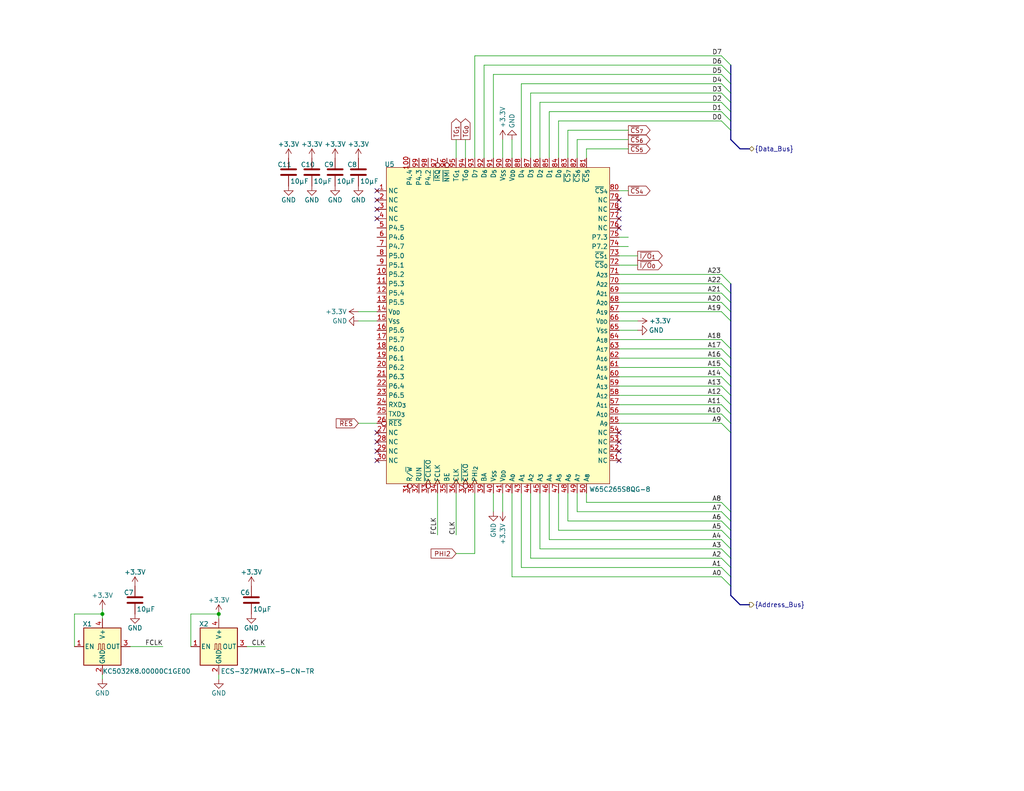
<source format=kicad_sch>
(kicad_sch (version 20231120) (generator "eeschema") (generator_version "8.0")
  (paper "A")
  (title_block (title "Sentinel 65X") (date "2024-05-24") (rev "5") (company "Studio 8502"))
  (lib_symbols
    (symbol "Device:C" (pin_numbers hide) (pin_names (offset 0.254))
      (property "Reference" "C" (at 0.635 2.54 0))
      (property "Value" "C" (at 0.635 -2.54 0))
      (symbol "C_0_1"
        (polyline (pts (xy -2.032 -0.762) (xy 2.032 -0.762)) (stroke (width 0.508)))
        (polyline (pts (xy -2.032 0.762) (xy 2.032 0.762)) (stroke (width 0.508)))
      )
      (symbol "C_1_1"
        (pin passive line (at 0 3.81 270) (length 2.794) (name "~") (number "1"))
        (pin passive line (at 0 -3.81 90) (length 2.794) (name "~") (number "2"))
      )
    )
    (symbol "Oscillator:XO53" (pin_names (offset 0.254))
      (property "Reference" "X" (at -5.08 6.35 0))
      (property "Value" "XO53" (at 1.27 -6.35 0))
      (symbol "XO53_0_1"
        (rectangle (start -5.08 5.08) (end 5.08 -5.08) (stroke (width 0.254)) (fill (type background)))
        (polyline (pts (xy 0.762 -0.762) (xy 0.508 -0.762) (xy 0.508 0.762) (xy 0 0.762) (xy 0 -0.762) (xy -0.508 -0.762) (xy -0.508 0.762) (xy -1.016 0.762) (xy -1.016 -0.762) (xy -1.27 -0.762)))
      )
      (symbol "XO53_1_1"
        (pin input line (at -7.62 0 0) (length 2.54) (name "EN") (number "1"))
        (pin power_in line (at 0 -7.62 90) (length 2.54) (name "GND") (number "2"))
        (pin output line (at 7.62 0 180) (length 2.54) (name "OUT") (number "3"))
        (pin power_in line (at 0 7.62 270) (length 2.54) (name "V+") (number "4"))
      )
    )
    (symbol "Sentinel 65X Prototype 5:W65C265S8QG-8"
      (property "Reference" "U" (at 0.508 1.016 0))
      (property "Value" " W65C265S8QG-8 " (at 31.75 -43.942 0))
      (symbol "W65C265S8QG-8_1_1"
        (rectangle (start 0 0) (end 60.96 -86.36) (fill (type background)))
        (pin no_connect line (at -2.54 -6.35 0) (length 2.54) (name "NC") (number "1"))
        (pin bidirectional line (at -2.54 -29.21 0) (length 2.54) (name "P5.2") (number "10"))
        (pin bidirectional line (at 6.35 2.54 270) (length 2.54) (name "P4.4") (number "100"))
        (pin bidirectional line (at -2.54 -31.75 0) (length 2.54) (name "P5.3") (number "11"))
        (pin bidirectional line (at -2.54 -34.29 0) (length 2.54) (name "P5.4") (number "12"))
        (pin bidirectional line (at -2.54 -36.83 0) (length 2.54) (name "P5.5") (number "13"))
        (pin power_in line (at -2.54 -39.37 0) (length 2.54) (name "V_{DD}") (number "14"))
        (pin power_in line (at -2.54 -41.91 0) (length 2.54) (name "V_{SS}") (number "15"))
        (pin bidirectional line (at -2.54 -44.45 0) (length 2.54) (name "P5.6") (number "16"))
        (pin bidirectional line (at -2.54 -46.99 0) (length 2.54) (name "P5.7") (number "17"))
        (pin bidirectional line (at -2.54 -49.53 0) (length 2.54) (name "P6.0") (number "18"))
        (pin bidirectional line (at -2.54 -52.07 0) (length 2.54) (name "P6.1") (number "19"))
        (pin no_connect line (at -2.54 -8.89 0) (length 2.54) (name "NC") (number "2"))
        (pin bidirectional line (at -2.54 -54.61 0) (length 2.54) (name "P6.2") (number "20"))
        (pin bidirectional line (at -2.54 -57.15 0) (length 2.54) (name "P6.3") (number "21"))
        (pin bidirectional line (at -2.54 -59.69 0) (length 2.54) (name "P6.4") (number "22"))
        (pin bidirectional line (at -2.54 -62.23 0) (length 2.54) (name "P6.5") (number "23"))
        (pin bidirectional line (at -2.54 -64.77 0) (length 2.54) (name "P6.6") (number "24") (alternate "RXD_{3}" input line))
        (pin no_connect line (at -2.54 -67.31 0) (length 2.54) (name "P6.7") (number "25") (alternate "TXD_{3}" output line))
        (pin input inverted (at -2.54 -69.85 0) (length 2.54) (name "~{RES}") (number "26"))
        (pin no_connect line (at -2.54 -72.39 0) (length 2.54) (name "NC") (number "27"))
        (pin no_connect line (at -2.54 -74.93 0) (length 2.54) (name "NC") (number "28"))
        (pin no_connect line (at -2.54 -77.47 0) (length 2.54) (name "NC") (number "29"))
        (pin no_connect line (at -2.54 -11.43 0) (length 2.54) (name "NC") (number "3"))
        (pin no_connect line (at -2.54 -80.01 0) (length 2.54) (name "NC") (number "30"))
        (pin output inverted (at 6.35 -88.9 90) (length 2.54) (name "R/~{W}") (number "31"))
        (pin output line (at 8.89 -88.9 90) (length 2.54) (name "RUN") (number "32"))
        (pin output inverted_clock (at 11.43 -88.9 90) (length 2.54) (name "~{FCLKO}") (number "33"))
        (pin input clock (at 13.97 -88.9 90) (length 2.54) (name "FCLK") (number "34"))
        (pin input line (at 16.51 -88.9 90) (length 2.54) (name "BE") (number "35"))
        (pin input clock (at 19.05 -88.9 90) (length 2.54) (name "CLK") (number "36"))
        (pin output inverted_clock (at 21.59 -88.9 90) (length 2.54) (name "~{CLKO}") (number "37"))
        (pin output clock (at 24.13 -88.9 90) (length 2.54) (name "PHI_{2}") (number "38"))
        (pin output line (at 26.67 -88.9 90) (length 2.54) (name "BA") (number "39"))
        (pin no_connect line (at -2.54 -13.97 0) (length 2.54) (name "NC") (number "4"))
        (pin power_in line (at 29.21 -88.9 90) (length 2.54) (name "V_{SS}") (number "40"))
        (pin power_in line (at 31.75 -88.9 90) (length 2.54) (name "V_{DD}") (number "41"))
        (pin output line (at 34.29 -88.9 90) (length 2.54) (name "A_{0}") (number "42"))
        (pin output line (at 36.83 -88.9 90) (length 2.54) (name "A_{1}") (number "43"))
        (pin output line (at 39.37 -88.9 90) (length 2.54) (name "A_{2}") (number "44"))
        (pin output line (at 41.91 -88.9 90) (length 2.54) (name "A_{3}") (number "45"))
        (pin output line (at 44.45 -88.9 90) (length 2.54) (name "A_{4}") (number "46"))
        (pin output line (at 46.99 -88.9 90) (length 2.54) (name "A_{5}") (number "47"))
        (pin output line (at 49.53 -88.9 90) (length 2.54) (name "A_{6}") (number "48"))
        (pin output line (at 52.07 -88.9 90) (length 2.54) (name "A_{7}") (number "49"))
        (pin bidirectional line (at -2.54 -16.51 0) (length 2.54) (name "P4.5") (number "5"))
        (pin output line (at 54.61 -88.9 90) (length 2.54) (name "A_{8}") (number "50"))
        (pin no_connect line (at 63.5 -80.01 180) (length 2.54) (name "NC") (number "51"))
        (pin no_connect line (at 63.5 -77.47 180) (length 2.54) (name "NC") (number "52"))
        (pin no_connect line (at 63.5 -74.93 180) (length 2.54) (name "NC") (number "53"))
        (pin no_connect line (at 63.5 -72.39 180) (length 2.54) (name "NC") (number "54"))
        (pin output line (at 63.5 -69.85 180) (length 2.54) (name "A_{9}") (number "55"))
        (pin output line (at 63.5 -67.31 180) (length 2.54) (name "A_{10}") (number "56"))
        (pin output line (at 63.5 -64.77 180) (length 2.54) (name "A_{11}") (number "57"))
        (pin output line (at 63.5 -62.23 180) (length 2.54) (name "A_{12}") (number "58"))
        (pin output line (at 63.5 -59.69 180) (length 2.54) (name "A_{13}") (number "59"))
        (pin bidirectional line (at -2.54 -19.05 0) (length 2.54) (name "P4.6") (number "6"))
        (pin output line (at 63.5 -57.15 180) (length 2.54) (name "A_{14}") (number "60"))
        (pin output line (at 63.5 -54.61 180) (length 2.54) (name "A_{15}") (number "61"))
        (pin output line (at 63.5 -52.07 180) (length 2.54) (name "A_{16}") (number "62"))
        (pin output line (at 63.5 -49.53 180) (length 2.54) (name "A_{17}") (number "63"))
        (pin output line (at 63.5 -46.99 180) (length 2.54) (name "A_{18}") (number "64"))
        (pin power_in line (at 63.5 -44.45 180) (length 2.54) (name "V_{SS}") (number "65"))
        (pin power_in line (at 63.5 -41.91 180) (length 2.54) (name "V_{DD}") (number "66"))
        (pin output line (at 63.5 -39.37 180) (length 2.54) (name "A_{19}") (number "67"))
        (pin output line (at 63.5 -36.83 180) (length 2.54) (name "A_{20}") (number "68"))
        (pin output line (at 63.5 -34.29 180) (length 2.54) (name "A_{21}") (number "69"))
        (pin bidirectional line (at -2.54 -21.59 0) (length 2.54) (name "P4.7") (number "7"))
        (pin output line (at 63.5 -31.75 180) (length 2.54) (name "A_{22}") (number "70"))
        (pin output line (at 63.5 -29.21 180) (length 2.54) (name "A_{23}") (number "71"))
        (pin output line (at 63.5 -26.67 180) (length 2.54) (name "P7.0") (number "72") (alternate "~{CS}_{0}" output line))
        (pin output line (at 63.5 -24.13 180) (length 2.54) (name "P7.1") (number "73") (alternate "~{CS}_{1}" output line))
        (pin output line (at 63.5 -21.59 180) (length 2.54) (name "P7.2") (number "74"))
        (pin output line (at 63.5 -19.05 180) (length 2.54) (name "P7.3") (number "75"))
        (pin no_connect line (at 63.5 -16.51 180) (length 2.54) (name "NC") (number "76"))
        (pin no_connect line (at 63.5 -13.97 180) (length 2.54) (name "NC") (number "77"))
        (pin no_connect line (at 63.5 -11.43 180) (length 2.54) (name "NC") (number "78"))
        (pin no_connect line (at 63.5 -8.89 180) (length 2.54) (name "NC") (number "79"))
        (pin bidirectional line (at -2.54 -24.13 0) (length 2.54) (name "P5.0") (number "8"))
        (pin output line (at 63.5 -6.35 180) (length 2.54) (name "P7.4") (number "80") (alternate "~{CS}_{4}" output line))
        (pin output line (at 54.61 2.54 270) (length 2.54) (name "P7.5") (number "81") (alternate "~{CS}_{5}" output line))
        (pin output line (at 52.07 2.54 270) (length 2.54) (name "P7.6") (number "82") (alternate "~{CS}_{6}" output line))
        (pin output line (at 49.53 2.54 270) (length 2.54) (name "P7.7") (number "83") (alternate "~{CS}_{7}" output line))
        (pin tri_state line (at 46.99 2.54 270) (length 2.54) (name "D_{0}") (number "84"))
        (pin tri_state line (at 44.45 2.54 270) (length 2.54) (name "D_{1}") (number "85"))
        (pin tri_state line (at 41.91 2.54 270) (length 2.54) (name "D_{2}") (number "86"))
        (pin tri_state line (at 39.37 2.54 270) (length 2.54) (name "D_{3}") (number "87"))
        (pin tri_state line (at 36.83 2.54 270) (length 2.54) (name "D_{4}") (number "88"))
        (pin power_in line (at 34.29 2.54 270) (length 2.54) (name "V_{DD}") (number "89"))
        (pin bidirectional line (at -2.54 -26.67 0) (length 2.54) (name "P5.1") (number "9"))
        (pin power_in line (at 31.75 2.54 270) (length 2.54) (name "V_{SS}") (number "90"))
        (pin tri_state line (at 29.21 2.54 270) (length 2.54) (name "D_{5}") (number "91"))
        (pin tri_state line (at 26.67 2.54 270) (length 2.54) (name "D_{6}") (number "92"))
        (pin tri_state line (at 24.13 2.54 270) (length 2.54) (name "D_{7}") (number "93"))
        (pin output line (at 21.59 2.54 270) (length 2.54) (name "TG_{0}") (number "94"))
        (pin output line (at 19.05 2.54 270) (length 2.54) (name "TG_{1}") (number "95"))
        (pin bidirectional line (at 16.51 2.54 270) (length 2.54) (name "P4.0") (number "96") (alternate "~{NMI}" input inverted))
        (pin bidirectional line (at 13.97 2.54 270) (length 2.54) (name "P4.1") (number "97") (alternate "~{IRQ}" input inverted))
        (pin bidirectional line (at 11.43 2.54 270) (length 2.54) (name "P4.2") (number "98"))
        (pin bidirectional line (at 8.89 2.54 270) (length 2.54) (name "P4.3") (number "99"))
      )
    )
    (symbol "power:+3.3V" (power) (pin_names (offset 0))
      (property "Value" "+3.3V" (at 0 3.556 0))
      (symbol "+3.3V_0_1"
        (polyline (pts (xy -0.762 1.27) (xy 0 2.54)))
        (polyline (pts (xy 0 0) (xy 0 2.54)))
        (polyline (pts (xy 0 2.54) (xy 0.762 1.27)))
      )
      (symbol "+3.3V_1_1"
        (pin power_in line (at 0 0 90) (length 0) hide (name "+3.3V") (number "1"))
      )
    )
    (symbol "power:GND" (power) (pin_names (offset 0))
      (property "Value" "GND" (at 0 -3.81 0))
      (symbol "GND_0_1"
        (polyline (pts (xy 0 0) (xy 0 -1.27) (xy 1.27 -1.27) (xy 0 -2.54) (xy -1.27 -1.27) (xy 0 -1.27)))
      )
      (symbol "GND_1_1"
        (pin power_in line (at 0 0 270) (length 0) hide (name "GND") (number "1"))
      )
    )
  )
  (junction (at 27.94 167.64))
  (junction (at 59.69 167.64))
  (no_connect (at 168.91 125.73))
  (no_connect (at 168.91 123.19))
  (no_connect (at 168.91 54.61))
  (no_connect (at 102.87 59.69))
  (no_connect (at 102.87 52.07))
  (no_connect (at 102.87 54.61))
  (no_connect (at 102.87 118.11))
  (no_connect (at 102.87 123.19))
  (no_connect (at 168.91 59.69))
  (no_connect (at 168.91 62.23))
  (no_connect (at 168.91 118.11))
  (no_connect (at 102.87 57.15))
  (no_connect (at 102.87 125.73))
  (no_connect (at 168.91 120.65))
  (no_connect (at 102.87 120.65))
  (no_connect (at 168.91 57.15))
  (bus_entry (at 199.39 160.02) (size -2.54 -2.54))
  (bus_entry (at 199.39 110.49) (size -2.54 -2.54))
  (bus_entry (at 199.39 87.63) (size -2.54 -2.54))
  (bus_entry (at 199.39 30.48) (size -2.54 -2.54))
  (bus_entry (at 199.39 35.56) (size -2.54 -2.54))
  (bus_entry (at 199.39 152.4) (size -2.54 -2.54))
  (bus_entry (at 199.39 102.87) (size -2.54 -2.54))
  (bus_entry (at 199.39 97.79) (size -2.54 -2.54))
  (bus_entry (at 199.39 107.95) (size -2.54 -2.54))
  (bus_entry (at 199.39 144.78) (size -2.54 -2.54))
  (bus_entry (at 199.39 149.86) (size -2.54 -2.54))
  (bus_entry (at 199.39 17.78) (size -2.54 -2.54))
  (bus_entry (at 199.39 115.57) (size -2.54 -2.54))
  (bus_entry (at 199.39 154.94) (size -2.54 -2.54))
  (bus_entry (at 199.39 82.55) (size -2.54 -2.54))
  (bus_entry (at 199.39 113.03) (size -2.54 -2.54))
  (bus_entry (at 199.39 22.86) (size -2.54 -2.54))
  (bus_entry (at 199.39 105.41) (size -2.54 -2.54))
  (bus_entry (at 199.39 142.24) (size -2.54 -2.54))
  (bus_entry (at 199.39 157.48) (size -2.54 -2.54))
  (bus_entry (at 199.39 147.32) (size -2.54 -2.54))
  (bus_entry (at 199.39 80.01) (size -2.54 -2.54))
  (bus_entry (at 199.39 25.4) (size -2.54 -2.54))
  (bus_entry (at 199.39 100.33) (size -2.54 -2.54))
  (bus_entry (at 199.39 118.11) (size -2.54 -2.54))
  (bus_entry (at 199.39 27.94) (size -2.54 -2.54))
  (bus_entry (at 199.39 20.32) (size -2.54 -2.54))
  (bus_entry (at 199.39 139.7) (size -2.54 -2.54))
  (bus_entry (at 199.39 77.47) (size -2.54 -2.54))
  (bus_entry (at 199.39 85.09) (size -2.54 -2.54))
  (bus_entry (at 199.39 95.25) (size -2.54 -2.54))
  (bus_entry (at 199.39 33.02) (size -2.54 -2.54))
  (wire (pts (xy 124.46 151.13) (xy 129.54 151.13)))
  (wire (pts (xy 132.08 17.78) (xy 196.85 17.78)))
  (bus (pts (xy 201.93 165.1) (xy 204.47 165.1)))
  (wire (pts (xy 160.02 40.64) (xy 171.45 40.64)))
  (wire (pts (xy 147.32 27.94) (xy 147.32 43.18)))
  (wire (pts (xy 59.69 185.42) (xy 59.69 184.15)))
  (wire (pts (xy 119.38 134.62) (xy 119.38 146.05)))
  (wire (pts (xy 134.62 20.32) (xy 134.62 43.18)))
  (bus (pts (xy 199.39 118.11) (xy 199.39 139.7)))
  (wire (pts (xy 72.39 176.53) (xy 67.31 176.53)))
  (bus (pts (xy 199.39 17.78) (xy 199.39 20.32)))
  (wire (pts (xy 147.32 134.62) (xy 147.32 149.86)))
  (wire (pts (xy 160.02 40.64) (xy 160.02 43.18)))
  (wire (pts (xy 152.4 144.78) (xy 196.85 144.78)))
  (wire (pts (xy 168.91 74.93) (xy 196.85 74.93)))
  (bus (pts (xy 199.39 97.79) (xy 199.39 95.25)))
  (wire (pts (xy 168.91 97.79) (xy 196.85 97.79)))
  (wire (pts (xy 139.7 38.1) (xy 139.7 43.18)))
  (wire (pts (xy 168.91 52.07) (xy 171.45 52.07)))
  (wire (pts (xy 160.02 134.62) (xy 160.02 137.16)))
  (wire (pts (xy 149.86 147.32) (xy 196.85 147.32)))
  (wire (pts (xy 144.78 134.62) (xy 144.78 152.4)))
  (wire (pts (xy 134.62 20.32) (xy 196.85 20.32)))
  (bus (pts (xy 199.39 139.7) (xy 199.39 142.24)))
  (wire (pts (xy 168.91 69.85) (xy 173.99 69.85)))
  (wire (pts (xy 149.86 30.48) (xy 149.86 43.18)))
  (bus (pts (xy 199.39 157.48) (xy 199.39 160.02)))
  (wire (pts (xy 168.91 92.71) (xy 196.85 92.71)))
  (wire (pts (xy 137.16 139.7) (xy 137.16 134.62)))
  (wire (pts (xy 137.16 38.1) (xy 137.16 43.18)))
  (bus (pts (xy 199.39 30.48) (xy 199.39 33.02)))
  (wire (pts (xy 173.99 90.17) (xy 168.91 90.17)))
  (bus (pts (xy 199.39 105.41) (xy 199.39 102.87)))
  (wire (pts (xy 168.91 82.55) (xy 196.85 82.55)))
  (wire (pts (xy 144.78 25.4) (xy 196.85 25.4)))
  (wire (pts (xy 152.4 33.02) (xy 196.85 33.02)))
  (wire (pts (xy 152.4 33.02) (xy 152.4 43.18)))
  (wire (pts (xy 168.91 67.31) (xy 171.45 67.31)))
  (bus (pts (xy 199.39 144.78) (xy 199.39 147.32)))
  (wire (pts (xy 142.24 134.62) (xy 142.24 154.94)))
  (wire (pts (xy 127 38.1) (xy 127 43.18)))
  (wire (pts (xy 160.02 137.16) (xy 196.85 137.16)))
  (wire (pts (xy 147.32 149.86) (xy 196.85 149.86)))
  (wire (pts (xy 142.24 22.86) (xy 142.24 43.18)))
  (wire (pts (xy 168.91 85.09) (xy 196.85 85.09)))
  (wire (pts (xy 168.91 72.39) (xy 173.99 72.39)))
  (bus (pts (xy 199.39 142.24) (xy 199.39 144.78)))
  (bus (pts (xy 199.39 115.57) (xy 199.39 113.03)))
  (wire (pts (xy 97.79 87.63) (xy 102.87 87.63)))
  (bus (pts (xy 199.39 82.55) (xy 199.39 80.01)))
  (wire (pts (xy 154.94 142.24) (xy 196.85 142.24)))
  (wire (pts (xy 97.79 85.09) (xy 102.87 85.09)))
  (wire (pts (xy 52.07 167.64) (xy 52.07 176.53)))
  (bus (pts (xy 201.93 40.64) (xy 204.47 40.64)))
  (wire (pts (xy 157.48 38.1) (xy 171.45 38.1)))
  (wire (pts (xy 139.7 157.48) (xy 139.7 134.62)))
  (bus (pts (xy 199.39 85.09) (xy 199.39 82.55)))
  (wire (pts (xy 154.94 35.56) (xy 171.45 35.56)))
  (wire (pts (xy 149.86 134.62) (xy 149.86 147.32)))
  (bus (pts (xy 201.93 165.1) (xy 199.39 162.56)))
  (wire (pts (xy 27.94 167.64) (xy 27.94 168.91)))
  (bus (pts (xy 199.39 102.87) (xy 199.39 100.33)))
  (wire (pts (xy 168.91 113.03) (xy 196.85 113.03)))
  (bus (pts (xy 199.39 25.4) (xy 199.39 27.94)))
  (bus (pts (xy 201.93 40.64) (xy 199.39 38.1)))
  (wire (pts (xy 129.54 151.13) (xy 129.54 134.62)))
  (bus (pts (xy 199.39 95.25) (xy 199.39 87.63)))
  (wire (pts (xy 147.32 27.94) (xy 196.85 27.94)))
  (wire (pts (xy 144.78 152.4) (xy 196.85 152.4)))
  (wire (pts (xy 168.91 80.01) (xy 196.85 80.01)))
  (wire (pts (xy 129.54 15.24) (xy 196.85 15.24)))
  (wire (pts (xy 157.48 38.1) (xy 157.48 43.18)))
  (wire (pts (xy 173.99 87.63) (xy 168.91 87.63)))
  (wire (pts (xy 59.69 167.64) (xy 59.69 168.91)))
  (bus (pts (xy 199.39 22.86) (xy 199.39 25.4)))
  (bus (pts (xy 199.39 27.94) (xy 199.39 30.48)))
  (wire (pts (xy 35.56 176.53) (xy 44.45 176.53)))
  (wire (pts (xy 20.32 167.64) (xy 27.94 167.64)))
  (wire (pts (xy 154.94 35.56) (xy 154.94 43.18)))
  (bus (pts (xy 199.39 80.01) (xy 199.39 77.47)))
  (bus (pts (xy 199.39 100.33) (xy 199.39 97.79)))
  (bus (pts (xy 199.39 115.57) (xy 199.39 118.11)))
  (wire (pts (xy 52.07 167.64) (xy 59.69 167.64)))
  (wire (pts (xy 152.4 134.62) (xy 152.4 144.78)))
  (wire (pts (xy 168.91 100.33) (xy 196.85 100.33)))
  (wire (pts (xy 27.94 184.15) (xy 27.94 185.42)))
  (bus (pts (xy 199.39 152.4) (xy 199.39 154.94)))
  (wire (pts (xy 27.94 166.37) (xy 27.94 167.64)))
  (wire (pts (xy 97.79 115.57) (xy 102.87 115.57)))
  (wire (pts (xy 142.24 154.94) (xy 196.85 154.94)))
  (wire (pts (xy 168.91 95.25) (xy 196.85 95.25)))
  (bus (pts (xy 199.39 160.02) (xy 199.39 162.56)))
  (bus (pts (xy 199.39 154.94) (xy 199.39 157.48)))
  (wire (pts (xy 157.48 134.62) (xy 157.48 139.7)))
  (wire (pts (xy 168.91 64.77) (xy 171.45 64.77)))
  (wire (pts (xy 124.46 146.05) (xy 124.46 134.62)))
  (bus (pts (xy 199.39 33.02) (xy 199.39 35.56)))
  (wire (pts (xy 168.91 77.47) (xy 196.85 77.47)))
  (wire (pts (xy 168.91 105.41) (xy 196.85 105.41)))
  (wire (pts (xy 144.78 25.4) (xy 144.78 43.18)))
  (bus (pts (xy 199.39 87.63) (xy 199.39 85.09)))
  (wire (pts (xy 20.32 167.64) (xy 20.32 176.53)))
  (wire (pts (xy 139.7 157.48) (xy 196.85 157.48)))
  (wire (pts (xy 168.91 110.49) (xy 196.85 110.49)))
  (wire (pts (xy 134.62 139.7) (xy 134.62 134.62)))
  (wire (pts (xy 149.86 30.48) (xy 196.85 30.48)))
  (bus (pts (xy 199.39 35.56) (xy 199.39 38.1)))
  (bus (pts (xy 199.39 147.32) (xy 199.39 149.86)))
  (wire (pts (xy 154.94 134.62) (xy 154.94 142.24)))
  (wire (pts (xy 168.91 115.57) (xy 196.85 115.57)))
  (wire (pts (xy 129.54 15.24) (xy 129.54 43.18)))
  (bus (pts (xy 199.39 113.03) (xy 199.39 110.49)))
  (wire (pts (xy 157.48 139.7) (xy 196.85 139.7)))
  (bus (pts (xy 199.39 110.49) (xy 199.39 107.95)))
  (bus (pts (xy 199.39 107.95) (xy 199.39 105.41)))
  (wire (pts (xy 168.91 102.87) (xy 196.85 102.87)))
  (bus (pts (xy 199.39 149.86) (xy 199.39 152.4)))
  (wire (pts (xy 142.24 22.86) (xy 196.85 22.86)))
  (wire (pts (xy 124.46 38.1) (xy 124.46 43.18)))
  (wire (pts (xy 132.08 17.78) (xy 132.08 43.18)))
  (wire (pts (xy 168.91 107.95) (xy 196.85 107.95)))
  (bus (pts (xy 199.39 20.32) (xy 199.39 22.86)))
  (label "FCLK" (at 119.38 146.05 90))
  (label "D2" (at 194.31 27.94 0))
  (label "A16" (at 193.04 97.79 0))
  (label "A7" (at 194.31 139.7 0))
  (label "A3" (at 194.31 149.86 0))
  (label "A12" (at 193.04 107.95 0))
  (label "A0" (at 196.85 157.48 180))
  (label "D7" (at 194.31 15.24 0))
  (label "A15" (at 193.04 100.33 0))
  (label "D6" (at 194.31 17.78 0))
  (label "FCLK" (at 44.45 176.53 180))
  (label "A17" (at 193.04 95.25 0))
  (label "A1" (at 194.31 154.94 0))
  (label "A6" (at 194.31 142.24 0))
  (label "D4" (at 194.31 22.86 0))
  (label "A11" (at 193.04 110.49 0))
  (label "A18" (at 193.04 92.71 0))
  (label "A4" (at 194.31 147.32 0))
  (label "D0" (at 194.31 33.02 0))
  (label "A22" (at 193.04 77.47 0))
  (label "A2" (at 194.31 152.4 0))
  (label "A13" (at 193.04 105.41 0))
  (label "D1" (at 194.31 30.48 0))
  (label "A20" (at 193.04 82.55 0))
  (label "A21" (at 193.04 80.01 0))
  (label "D3" (at 194.31 25.4 0))
  (label "A10" (at 193.04 113.03 0))
  (label "A5" (at 194.31 144.78 0))
  (label "A8" (at 194.31 137.16 0))
  (label "A9" (at 194.31 115.57 0))
  (label "A14" (at 193.04 102.87 0))
  (label "D5" (at 194.31 20.32 0))
  (label "CLK" (at 72.39 176.53 180))
  (label "A23" (at 193.04 74.93 0))
  (label "A19" (at 193.04 85.09 0))
  (label "CLK" (at 124.46 146.05 90))
  (global_label "TG_{0}" (shape output) (at 127 38.1 90) (property "Intersheetrefs" "${INTERSHEET_REFS}" (effects (hide yes))))
  (global_label "~{I{slash}O}_{0}" (shape output) (at 173.99 72.39 0) (property "Intersheetrefs" "${INTERSHEET_REFS}" (effects (hide yes))))
  (global_label "~{CS}_{4}" (shape output) (at 171.45 52.07 0) (property "Intersheetrefs" "${INTERSHEET_REFS}" (effects (hide yes))))
  (global_label "~{RES}" (shape input) (at 97.79 115.57 180) (property "Intersheetrefs" "${INTERSHEET_REFS}" (effects (hide yes))))
  (global_label "PHI2" (shape input) (at 124.46 151.13 180) (property "Intersheetrefs" "${INTERSHEET_REFS}" (effects (hide yes))))
  (global_label "~{CS}_{7}" (shape output) (at 171.45 35.56 0) (property "Intersheetrefs" "${INTERSHEET_REFS}" (effects (hide yes))))
  (global_label "~{I{slash}O}_{1}" (shape output) (at 173.99 69.85 0) (property "Intersheetrefs" "${INTERSHEET_REFS}" (effects (hide yes))))
  (global_label "~{CS}_{5}" (shape output) (at 171.45 40.64 0) (property "Intersheetrefs" "${INTERSHEET_REFS}" (effects (hide yes))))
  (global_label "~{CS}_{6}" (shape output) (at 171.45 38.1 0) (property "Intersheetrefs" "${INTERSHEET_REFS}" (effects (hide yes))))
  (global_label "TG_{1}" (shape output) (at 124.46 38.1 90) (property "Intersheetrefs" "${INTERSHEET_REFS}" (effects (hide yes))))
  (hierarchical_label "{Data_Bus}" (shape bidirectional) (at 204.47 40.64 0))
  (hierarchical_label "{Address_Bus}" (shape output) (at 204.47 165.1 0))
  (symbol (lib_id "power:+3.3V") (at 36.83 160.02 0) (unit 1)
    (property "Reference" "#PWR054" (effects (hide yes)))
    (property "Value" "+3.3V" (at 36.83 156.21 0))
  )
  (symbol (lib_id "Oscillator:XO53") (at 27.94 176.53 0) (unit 1)
    (property "Reference" "X1" (at 23.8423 170.3464 0))
    (property "Value" "KC5032K8.00000C1GE00" (at 40.005 183.2705 0))
    (property "Footprint" "Oscillator:Oscillator_SMD_EuroQuartz_XO53-4Pin_5.0x3.2mm" (effects (hide yes)))
    (property "Datasheet" "http://cdn-reichelt.de/documents/datenblatt/B400/XO53.pdf" (effects (hide yes)))
    (property "Description" " Standard Clock Oscillators 8.0000MHZ Clock OSCIL CMOS " (effects (hide yes)))
    (property "Manufacturer" "KYOCERA AVX" (effects (hide yes)))
    (property "MFR.Part #" " KC5032K8.00000C1GE00" (effects (hide yes)))
    (property "Mouser Part #" " 581-KC5032K8.0C1GE" (effects (hide yes)))
  )
  (symbol (lib_id "power:+3.3V") (at 85.09 43.18 0) (unit 1)
    (property "Reference" "#PWR060" (effects (hide yes)))
    (property "Value" "+3.3V" (at 85.09 39.37 0))
  )
  (symbol (lib_id "Device:C") (at 85.09 46.99 0) (unit 1)
    (property "Reference" "C10" (at 82.0427 44.9455 0) (effects (justify left)))
    (property "Value" "10µF" (at 85.5263 49.4797 0) (effects (justify left)))
    (property "Footprint" "Capacitor_SMD:C_0402_1005Metric" (effects (hide yes)))
    (property "Datasheet" "https://wmsc.lcsc.com/wmsc/upload/file/pdf/v2/lcsc/2208231630_Samsung-Electro-Mechanics-CL05A106MQ5NUNC_C15525.pdf" (effects (hide yes)))
    (property "Description" "Unpolarized capacitor" (effects (hide yes)))
    (property "JLCPCB Part #" "C15525" (effects (hide yes)))
    (property "Manufacturer" "Samsung Electro-Mechanics" (effects (hide yes)))
    (property "MFR.Part #" "CL05A106MQ5NUNC" (effects (hide yes)))
  )
  (symbol (lib_id "power:GND") (at 78.74 50.8 0) (unit 1)
    (property "Reference" "#PWR063" (effects (hide yes)))
    (property "Value" "GND" (at 78.74 54.61 0))
  )
  (symbol (lib_id "power:+3.3V") (at 78.74 43.18 0) (unit 1)
    (property "Reference" "#PWR062" (effects (hide yes)))
    (property "Value" "+3.3V" (at 78.74 39.37 0))
  )
  (symbol (lib_id "power:GND") (at 68.58 167.64 0) (unit 1)
    (property "Reference" "#PWR053" (effects (hide yes)))
    (property "Value" "GND" (at 68.58 171.45 0))
  )
  (symbol (lib_id "Device:C") (at 78.74 46.99 0) (unit 1)
    (property "Reference" "C11" (at 75.6927 44.9455 0) (effects (justify left)))
    (property "Value" "10µF" (at 79.1763 49.4797 0) (effects (justify left)))
    (property "Footprint" "Capacitor_SMD:C_0402_1005Metric" (effects (hide yes)))
    (property "Datasheet" "https://wmsc.lcsc.com/wmsc/upload/file/pdf/v2/lcsc/2208231630_Samsung-Electro-Mechanics-CL05A106MQ5NUNC_C15525.pdf" (effects (hide yes)))
    (property "Description" "Unpolarized capacitor" (effects (hide yes)))
    (property "JLCPCB Part #" "C15525" (effects (hide yes)))
    (property "Manufacturer" "Samsung Electro-Mechanics" (effects (hide yes)))
    (property "MFR.Part #" "CL05A106MQ5NUNC" (effects (hide yes)))
  )
  (symbol (lib_id "Sentinel 65X Prototype 5:W65C265S8QG-8") (at 105.41 45.72 0) (unit 1)
    (property "Reference" "U5" (at 104.9108 44.8716 0) (effects (justify left)))
    (property "Value" " W65C265S8QG-8 " (at 159.766 133.604 0) (effects (justify left)))
    (property "Footprint" "Package_QFP:PQFP-100_14x20mm_P0.65mm" (effects (hide yes)))
    (property "Datasheet" "https://www.mouser.ca/datasheet/2/436/w65c265s-1843451.pdf" (effects (hide yes)))
    (property "Description" "8-bit Microcontrollers - MCU 8/16-bit MCU 100 Pin QFP Package" (effects (hide yes)))
    (pin "83" (alternate "~{CS}_{7}"))
    (pin "82" (alternate "~{CS}_{6}"))
    (pin "97" (alternate "~{IRQ}"))
    (pin "81" (alternate "~{CS}_{5}"))
    (pin "73" (alternate "~{CS}_{1}"))
    (pin "80" (alternate "~{CS}_{4}"))
    (pin "24" (alternate "RXD_{3}"))
    (pin "25" (alternate "TXD_{3}"))
    (pin "72" (alternate "~{CS}_{0}"))
    (pin "96" (alternate "~{NMI}"))
  )
  (symbol (lib_id "power:+3.3V") (at 137.16 139.7 0) (mirror x) (unit 1)
    (property "Reference" "#PWR038" (effects (hide yes)))
    (property "Value" "+3.3V" (at 137.16 145.796 90))
    (property "Description" "Power symbol creates a global label with name \"+3.3V\"" (effects (hide yes)))
  )
  (symbol (lib_id "power:GND") (at 173.99 90.17 90) (mirror x) (unit 1)
    (property "Reference" "#PWR035" (effects (hide yes)))
    (property "Value" "GND" (at 179.07 90.17 90))
    (property "Description" "Power symbol creates a global label with name \"GND\" , ground" (effects (hide yes)))
  )
  (symbol (lib_id "power:GND") (at 97.79 50.8 0) (unit 1)
    (property "Reference" "#PWR057" (effects (hide yes)))
    (property "Value" "GND" (at 97.79 54.61 0))
  )
  (symbol (lib_id "Device:C") (at 36.83 163.83 0) (unit 1)
    (property "Reference" "C7" (at 33.7827 161.7855 0) (effects (justify left)))
    (property "Value" "10µF" (at 37.2663 166.3197 0) (effects (justify left)))
    (property "Footprint" "Capacitor_SMD:C_0402_1005Metric" (effects (hide yes)))
    (property "Datasheet" "https://wmsc.lcsc.com/wmsc/upload/file/pdf/v2/lcsc/2208231630_Samsung-Electro-Mechanics-CL05A106MQ5NUNC_C15525.pdf" (effects (hide yes)))
    (property "Description" "Unpolarized capacitor" (effects (hide yes)))
    (property "JLCPCB Part #" "C15525" (effects (hide yes)))
    (property "Manufacturer" "Samsung Electro-Mechanics" (effects (hide yes)))
    (property "MFR.Part #" "CL05A106MQ5NUNC" (effects (hide yes)))
  )
  (symbol (lib_id "power:+3.3V") (at 27.94 166.37 0) (unit 1)
    (property "Reference" "#PWR028" (effects (hide yes)))
    (property "Value" "+3.3V" (at 27.94 162.56 0))
  )
  (symbol (lib_id "power:GND") (at 27.94 185.42 0) (unit 1)
    (property "Reference" "#PWR031" (effects (hide yes)))
    (property "Value" "GND" (at 27.94 189.23 0))
  )
  (symbol (lib_id "Device:C") (at 68.58 163.83 0) (unit 1)
    (property "Reference" "C6" (at 65.5327 161.7855 0) (effects (justify left)))
    (property "Value" "10µF" (at 69.0163 166.3197 0) (effects (justify left)))
    (property "Footprint" "Capacitor_SMD:C_0402_1005Metric" (effects (hide yes)))
    (property "Datasheet" "https://wmsc.lcsc.com/wmsc/upload/file/pdf/v2/lcsc/2208231630_Samsung-Electro-Mechanics-CL05A106MQ5NUNC_C15525.pdf" (effects (hide yes)))
    (property "Description" "Unpolarized capacitor" (effects (hide yes)))
    (property "JLCPCB Part #" "C15525" (effects (hide yes)))
    (property "Manufacturer" "Samsung Electro-Mechanics" (effects (hide yes)))
    (property "MFR.Part #" "CL05A106MQ5NUNC" (effects (hide yes)))
  )
  (symbol (lib_id "power:+3.3V") (at 173.99 87.63 270) (mirror x) (unit 1)
    (property "Reference" "#PWR034" (effects (hide yes)))
    (property "Value" "+3.3V" (at 180.086 87.63 90))
    (property "Description" "Power symbol creates a global label with name \"+3.3V\"" (effects (hide yes)))
  )
  (symbol (lib_id "power:GND") (at 139.7 38.1 0) (mirror x) (unit 1)
    (property "Reference" "#PWR037" (effects (hide yes)))
    (property "Value" "GND" (at 139.7 33.02 90))
    (property "Description" "Power symbol creates a global label with name \"GND\" , ground" (effects (hide yes)))
  )
  (symbol (lib_id "power:GND") (at 134.62 139.7 0) (mirror y) (unit 1)
    (property "Reference" "#PWR039" (effects (hide yes)))
    (property "Value" "GND" (at 134.62 144.78 90))
    (property "Description" "Power symbol creates a global label with name \"GND\" , ground" (effects (hide yes)))
  )
  (symbol (lib_id "Device:C") (at 91.44 46.99 0) (unit 1)
    (property "Reference" "C9" (at 88.3927 44.9455 0) (effects (justify left)))
    (property "Value" "10µF" (at 91.8763 49.4797 0) (effects (justify left)))
    (property "Footprint" "Capacitor_SMD:C_0402_1005Metric" (effects (hide yes)))
    (property "Datasheet" "https://wmsc.lcsc.com/wmsc/upload/file/pdf/v2/lcsc/2208231630_Samsung-Electro-Mechanics-CL05A106MQ5NUNC_C15525.pdf" (effects (hide yes)))
    (property "Description" "Unpolarized capacitor" (effects (hide yes)))
    (property "JLCPCB Part #" "C15525" (effects (hide yes)))
    (property "Manufacturer" "Samsung Electro-Mechanics" (effects (hide yes)))
    (property "MFR.Part #" "CL05A106MQ5NUNC" (effects (hide yes)))
  )
  (symbol (lib_id "power:GND") (at 36.83 167.64 0) (unit 1)
    (property "Reference" "#PWR055" (effects (hide yes)))
    (property "Value" "GND" (at 36.83 171.45 0))
  )
  (symbol (lib_id "Oscillator:XO53") (at 59.69 176.53 0) (unit 1)
    (property "Reference" "X2" (at 55.6137 170.3464 0))
    (property "Value" "ECS-327MVATX-5-CN-TR" (at 73.025 183.2705 0))
    (property "Footprint" "Oscillator:Oscillator_SMD_EuroQuartz_XO53-4Pin_5.0x3.2mm" (effects (hide yes)))
    (property "Datasheet" "http://cdn-reichelt.de/documents/datenblatt/B400/XO53.pdf" (effects (hide yes)))
    (property "Description" " Standard Clock Oscillators 32.768kHz 1.6-3.6V ESR -40C +85C " (effects (hide yes)))
    (property "Manufacturer" "ECS " (effects (hide yes)))
    (property "MFR.Part #" " ECS-327MVATX-5-CN-TR " (effects (hide yes)))
    (property "Mouser Part #" " 520-327MVATX-5-CNT " (effects (hide yes)))
  )
  (symbol (lib_id "power:GND") (at 91.44 50.8 0) (unit 1)
    (property "Reference" "#PWR059" (effects (hide yes)))
    (property "Value" "GND" (at 91.44 54.61 0))
  )
  (symbol (lib_id "power:GND") (at 85.09 50.8 0) (unit 1)
    (property "Reference" "#PWR061" (effects (hide yes)))
    (property "Value" "GND" (at 85.09 54.61 0))
  )
  (symbol (lib_id "power:+3.3V") (at 68.58 160.02 0) (unit 1)
    (property "Reference" "#PWR052" (effects (hide yes)))
    (property "Value" "+3.3V" (at 68.58 156.21 0))
  )
  (symbol (lib_id "power:+3.3V") (at 97.79 43.18 0) (unit 1)
    (property "Reference" "#PWR056" (effects (hide yes)))
    (property "Value" "+3.3V" (at 97.79 39.37 0))
  )
  (symbol (lib_id "power:+3.3V") (at 91.44 43.18 0) (unit 1)
    (property "Reference" "#PWR058" (effects (hide yes)))
    (property "Value" "+3.3V" (at 91.44 39.37 0))
  )
  (symbol (lib_id "power:+3.3V") (at 97.79 85.09 90) (unit 1)
    (property "Reference" "#PWR032" (effects (hide yes)))
    (property "Value" "+3.3V" (at 91.694 85.09 90))
    (property "Description" "Power symbol creates a global label with name \"+3.3V\"" (effects (hide yes)))
  )
  (symbol (lib_id "power:GND") (at 59.69 185.42 0) (unit 1)
    (property "Reference" "#PWR030" (effects (hide yes)))
    (property "Value" "GND" (at 59.69 189.23 0))
  )
  (symbol (lib_id "power:GND") (at 97.79 87.63 270) (unit 1)
    (property "Reference" "#PWR033" (effects (hide yes)))
    (property "Value" "GND" (at 92.71 87.63 90))
    (property "Description" "Power symbol creates a global label with name \"GND\" , ground" (effects (hide yes)))
  )
  (symbol (lib_id "power:+3.3V") (at 137.16 38.1 0) (mirror y) (unit 1)
    (property "Reference" "#PWR036" (effects (hide yes)))
    (property "Value" "+3.3V" (at 137.16 32.004 90))
    (property "Description" "Power symbol creates a global label with name \"+3.3V\"" (effects (hide yes)))
  )
  (symbol (lib_id "power:+3.3V") (at 59.69 167.64 0) (unit 1)
    (property "Reference" "#PWR029" (effects (hide yes)))
    (property "Value" "+3.3V" (at 59.69 163.83 0))
  )
  (symbol (lib_id "Device:C") (at 97.79 46.99 0) (unit 1)
    (property "Reference" "C8" (at 94.7427 44.9455 0) (effects (justify left)))
    (property "Value" "10µF" (at 98.2263 49.4797 0) (effects (justify left)))
    (property "Footprint" "Capacitor_SMD:C_0402_1005Metric" (effects (hide yes)))
    (property "Datasheet" "https://wmsc.lcsc.com/wmsc/upload/file/pdf/v2/lcsc/2208231630_Samsung-Electro-Mechanics-CL05A106MQ5NUNC_C15525.pdf" (effects (hide yes)))
    (property "Description" "Unpolarized capacitor" (effects (hide yes)))
    (property "JLCPCB Part #" "C15525" (effects (hide yes)))
    (property "Manufacturer" "Samsung Electro-Mechanics" (effects (hide yes)))
    (property "MFR.Part #" "CL05A106MQ5NUNC" (effects (hide yes)))
  )
)
</source>
